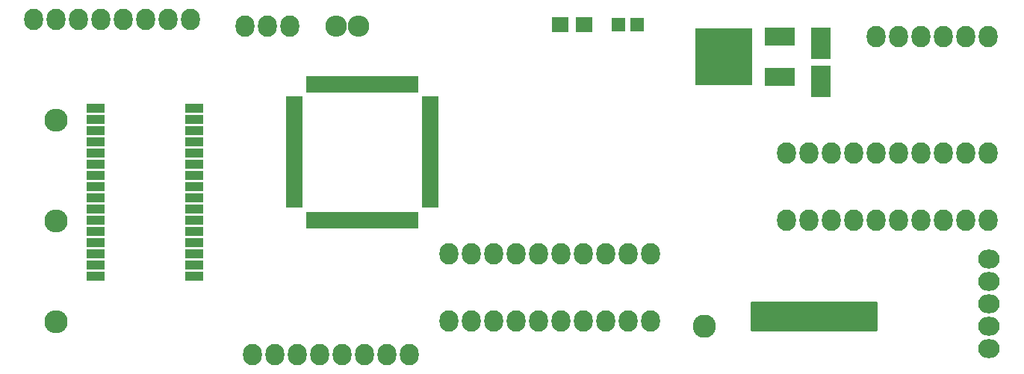
<source format=gbr>
G04 #@! TF.FileFunction,Soldermask,Top*
%FSLAX46Y46*%
G04 Gerber Fmt 4.6, Leading zero omitted, Abs format (unit mm)*
G04 Created by KiCad (PCBNEW 4.0.3-1.fc24-product) date Sat Sep 10 15:23:13 2016*
%MOMM*%
%LPD*%
G01*
G04 APERTURE LIST*
%ADD10C,0.100000*%
%ADD11R,0.700000X1.900000*%
%ADD12R,1.900000X0.700000*%
%ADD13R,3.448000X2.051000*%
%ADD14R,6.496000X6.496000*%
%ADD15R,2.200860X3.549600*%
%ADD16O,2.127200X2.432000*%
%ADD17C,2.635200*%
%ADD18O,2.432000X2.432000*%
%ADD19O,2.432000X2.127200*%
%ADD20O,2.635200X2.635200*%
%ADD21R,2.000000X1.000000*%
%ADD22R,1.598880X1.598880*%
%ADD23R,1.900000X1.700000*%
%ADD24C,0.254000*%
G04 APERTURE END LIST*
D10*
D11*
X83250000Y-74750000D03*
X83750000Y-74750000D03*
X84250000Y-74750000D03*
X84750000Y-74750000D03*
X85250000Y-74750000D03*
X85750000Y-74750000D03*
X86250000Y-74750000D03*
X86750000Y-74750000D03*
X87250000Y-74750000D03*
X87750000Y-74750000D03*
X88250000Y-74750000D03*
X88750000Y-74750000D03*
X89250000Y-74750000D03*
X89750000Y-74750000D03*
X90250000Y-74750000D03*
X90750000Y-74750000D03*
X91250000Y-74750000D03*
X91750000Y-74750000D03*
X92250000Y-74750000D03*
X92750000Y-74750000D03*
X93250000Y-74750000D03*
X93750000Y-74750000D03*
X94250000Y-74750000D03*
X94750000Y-74750000D03*
X95250000Y-74750000D03*
D12*
X96950000Y-73050000D03*
X96950000Y-72550000D03*
X96950000Y-72050000D03*
X96950000Y-71550000D03*
X96950000Y-71050000D03*
X96950000Y-70550000D03*
X96950000Y-70050000D03*
X96950000Y-69550000D03*
X96950000Y-69050000D03*
X96950000Y-68550000D03*
X96950000Y-68050000D03*
X96950000Y-67550000D03*
X96950000Y-67050000D03*
X96950000Y-66550000D03*
X96950000Y-66050000D03*
X96950000Y-65550000D03*
X96950000Y-65050000D03*
X96950000Y-64550000D03*
X96950000Y-64050000D03*
X96950000Y-63550000D03*
X96950000Y-63050000D03*
X96950000Y-62550000D03*
X96950000Y-62050000D03*
X96950000Y-61550000D03*
X96950000Y-61050000D03*
D11*
X95250000Y-59350000D03*
X94750000Y-59350000D03*
X94250000Y-59350000D03*
X93750000Y-59350000D03*
X93250000Y-59350000D03*
X92750000Y-59350000D03*
X92250000Y-59350000D03*
X91750000Y-59350000D03*
X91250000Y-59350000D03*
X90750000Y-59350000D03*
X90250000Y-59350000D03*
X89750000Y-59350000D03*
X89250000Y-59350000D03*
X88750000Y-59350000D03*
X88250000Y-59350000D03*
X87750000Y-59350000D03*
X87250000Y-59350000D03*
X86750000Y-59350000D03*
X86250000Y-59350000D03*
X85750000Y-59350000D03*
X85250000Y-59350000D03*
X84750000Y-59350000D03*
X84250000Y-59350000D03*
X83750000Y-59350000D03*
X83250000Y-59350000D03*
D12*
X81550000Y-61050000D03*
X81550000Y-61550000D03*
X81550000Y-62050000D03*
X81550000Y-62550000D03*
X81550000Y-63050000D03*
X81550000Y-63550000D03*
X81550000Y-64050000D03*
X81550000Y-64550000D03*
X81550000Y-65050000D03*
X81550000Y-65550000D03*
X81550000Y-66050000D03*
X81550000Y-66550000D03*
X81550000Y-67050000D03*
X81550000Y-67550000D03*
X81550000Y-68050000D03*
X81550000Y-68550000D03*
X81550000Y-69050000D03*
X81550000Y-69550000D03*
X81550000Y-70050000D03*
X81550000Y-70550000D03*
X81550000Y-71050000D03*
X81550000Y-71550000D03*
X81550000Y-72050000D03*
X81550000Y-72550000D03*
X81550000Y-73050000D03*
D13*
X136550000Y-58572000D03*
D14*
X130200000Y-56286000D03*
D13*
X136550000Y-54000000D03*
D15*
X141200000Y-59000000D03*
X141200000Y-54748040D03*
D16*
X160160000Y-54000000D03*
X157620000Y-54000000D03*
X155080000Y-54000000D03*
X152540000Y-54000000D03*
X150000000Y-54000000D03*
X147460000Y-54000000D03*
D17*
X128000000Y-86800000D03*
D18*
X86250000Y-52750000D03*
X88790000Y-52750000D03*
D19*
X160250000Y-89330000D03*
X160250000Y-86790000D03*
X160250000Y-84250000D03*
X160250000Y-81710000D03*
X160250000Y-79170000D03*
D16*
X81000000Y-52750000D03*
X78460000Y-52750000D03*
X75920000Y-52750000D03*
D20*
X54540000Y-86300000D03*
X54540000Y-74860000D03*
X54540000Y-63400000D03*
D16*
X52000000Y-52000000D03*
X54540000Y-52000000D03*
X57080000Y-52000000D03*
X59620000Y-52000000D03*
X62160000Y-52000000D03*
X64700000Y-52000000D03*
X67240000Y-52000000D03*
X69780000Y-52000000D03*
X99040000Y-86220000D03*
X101580000Y-86220000D03*
X104120000Y-86220000D03*
X106660000Y-86220000D03*
X109200000Y-86220000D03*
X111740000Y-86220000D03*
X114280000Y-86220000D03*
X116820000Y-86220000D03*
X119360000Y-86220000D03*
X121900000Y-86220000D03*
X137340000Y-74770000D03*
X139880000Y-74770000D03*
X142420000Y-74770000D03*
X144960000Y-74770000D03*
X147500000Y-74770000D03*
X150040000Y-74770000D03*
X152580000Y-74770000D03*
X155120000Y-74770000D03*
X157660000Y-74770000D03*
X160200000Y-74770000D03*
X76800000Y-90000000D03*
X79340000Y-90000000D03*
X81880000Y-90000000D03*
X84420000Y-90000000D03*
X86960000Y-90000000D03*
X89500000Y-90000000D03*
X92040000Y-90000000D03*
X94580000Y-90000000D03*
X99040000Y-78600000D03*
X101580000Y-78600000D03*
X104120000Y-78600000D03*
X106660000Y-78600000D03*
X109200000Y-78600000D03*
X111740000Y-78600000D03*
X114280000Y-78600000D03*
X116820000Y-78600000D03*
X119360000Y-78600000D03*
X121900000Y-78600000D03*
X137340000Y-67150000D03*
X139880000Y-67150000D03*
X142420000Y-67150000D03*
X144960000Y-67150000D03*
X147500000Y-67150000D03*
X150040000Y-67150000D03*
X152580000Y-67150000D03*
X155120000Y-67150000D03*
X157660000Y-67150000D03*
X160200000Y-67150000D03*
D21*
X59000000Y-62110000D03*
X59000000Y-63380000D03*
X59000000Y-64650000D03*
X59000000Y-65920000D03*
X59000000Y-67190000D03*
X59000000Y-68460000D03*
X59000000Y-69730000D03*
X59000000Y-71000000D03*
X59000000Y-72270000D03*
X59000000Y-73540000D03*
X59000000Y-74810000D03*
X59000000Y-76080000D03*
X59000000Y-77350000D03*
X59000000Y-78620000D03*
X59000000Y-79890000D03*
X59000000Y-81160000D03*
X70200000Y-81160000D03*
X70200000Y-79890000D03*
X70200000Y-78620000D03*
X70200000Y-77350000D03*
X70200000Y-76080000D03*
X70200000Y-74810000D03*
X70200000Y-73540000D03*
X70200000Y-72270000D03*
X70200000Y-71000000D03*
X70200000Y-69730000D03*
X70200000Y-68460000D03*
X70200000Y-67190000D03*
X70200000Y-65920000D03*
X70200000Y-64650000D03*
X70200000Y-63380000D03*
X70200000Y-62110000D03*
D22*
X120400000Y-52600000D03*
X118301960Y-52600000D03*
D23*
X114350000Y-52600000D03*
X111650000Y-52600000D03*
D24*
G36*
X147473000Y-87273000D02*
X133327000Y-87273000D01*
X133327000Y-84127000D01*
X147473000Y-84127000D01*
X147473000Y-87273000D01*
X147473000Y-87273000D01*
G37*
X147473000Y-87273000D02*
X133327000Y-87273000D01*
X133327000Y-84127000D01*
X147473000Y-84127000D01*
X147473000Y-87273000D01*
M02*

</source>
